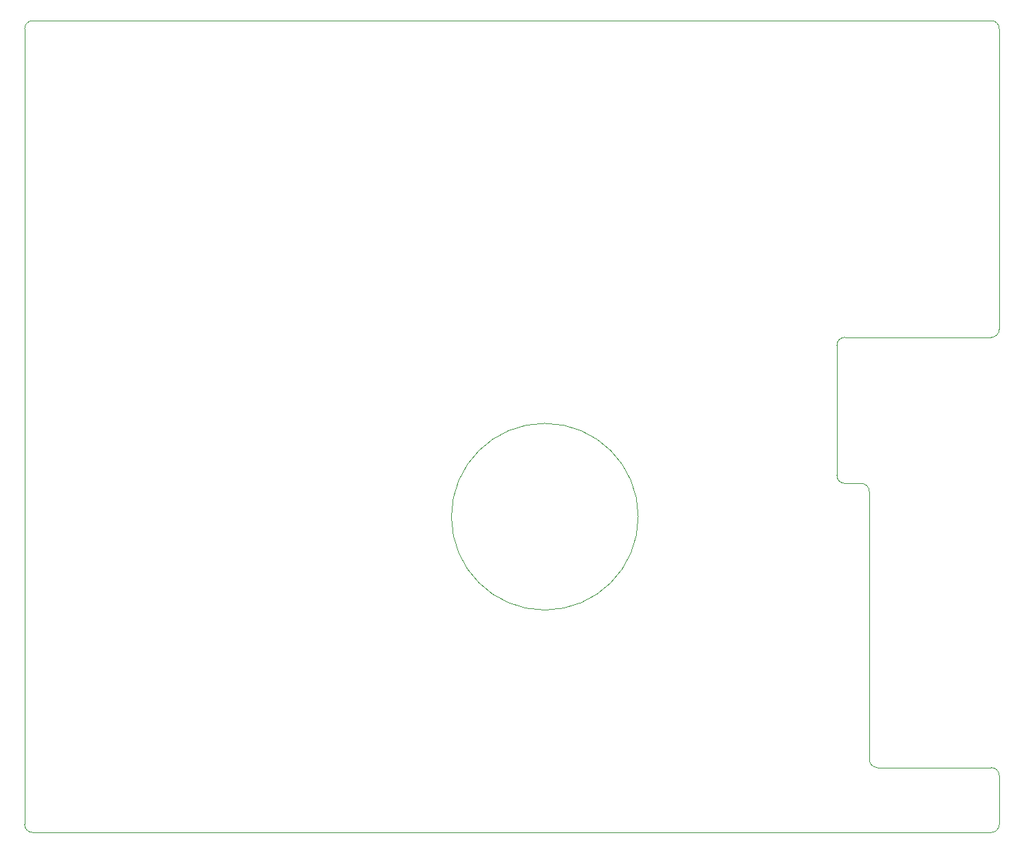
<source format=gko>
%TF.GenerationSoftware,KiCad,Pcbnew,(5.1.6-0-10_14)*%
%TF.CreationDate,2020-09-02T22:05:45+02:00*%
%TF.ProjectId,Astroberry_power_shield,41737472-6f62-4657-9272-795f706f7765,rev?*%
%TF.SameCoordinates,PX2faf080PY8f0d180*%
%TF.FileFunction,Profile,NP*%
%FSLAX46Y46*%
G04 Gerber Fmt 4.6, Leading zero omitted, Abs format (unit mm)*
G04 Created by KiCad (PCBNEW (5.1.6-0-10_14)) date 2020-09-02 22:05:45*
%MOMM*%
%LPD*%
G01*
G04 APERTURE LIST*
%TA.AperFunction,Profile*%
%ADD10C,0.050000*%
%TD*%
G04 APERTURE END LIST*
D10*
X75550000Y38900000D02*
G75*
G03*
X75550000Y38900000I-11500000J0D01*
G01*
X119000000Y0D02*
X1000000Y0D01*
X0Y1000000D02*
X0Y99000000D01*
X119000000Y8000000D02*
X105000000Y8000000D01*
X119000000Y100000000D02*
G75*
G02*
X120000000Y99000000I0J-1000000D01*
G01*
X120000000Y1000000D02*
G75*
G02*
X119000000Y0I-1000000J0D01*
G01*
X1000000Y0D02*
G75*
G02*
X0Y1000000I0J1000000D01*
G01*
X0Y99000000D02*
G75*
G02*
X1000000Y100000000I1000000J0D01*
G01*
X119000000Y8000000D02*
G75*
G02*
X120000000Y7000000I0J-1000000D01*
G01*
X105000000Y8000000D02*
G75*
G02*
X104000000Y9000000I0J1000000D01*
G01*
X103000000Y43000000D02*
G75*
G02*
X104000000Y42000000I0J-1000000D01*
G01*
X101000000Y43000000D02*
G75*
G02*
X100000000Y44000000I0J1000000D01*
G01*
X100000000Y60000000D02*
G75*
G02*
X101000000Y61000000I1000000J0D01*
G01*
X120000000Y62000000D02*
G75*
G02*
X119000000Y61000000I-1000000J0D01*
G01*
X119000000Y100000000D02*
X1000000Y100000000D01*
X120000000Y62000000D02*
X120000000Y99000000D01*
X101000000Y61000000D02*
X119000000Y61000000D01*
X100000000Y44000000D02*
X100000000Y60000000D01*
X103000000Y43000000D02*
X101000000Y43000000D01*
X104000000Y9000000D02*
X104000000Y42000000D01*
X120000000Y1000000D02*
X120000000Y7000000D01*
M02*

</source>
